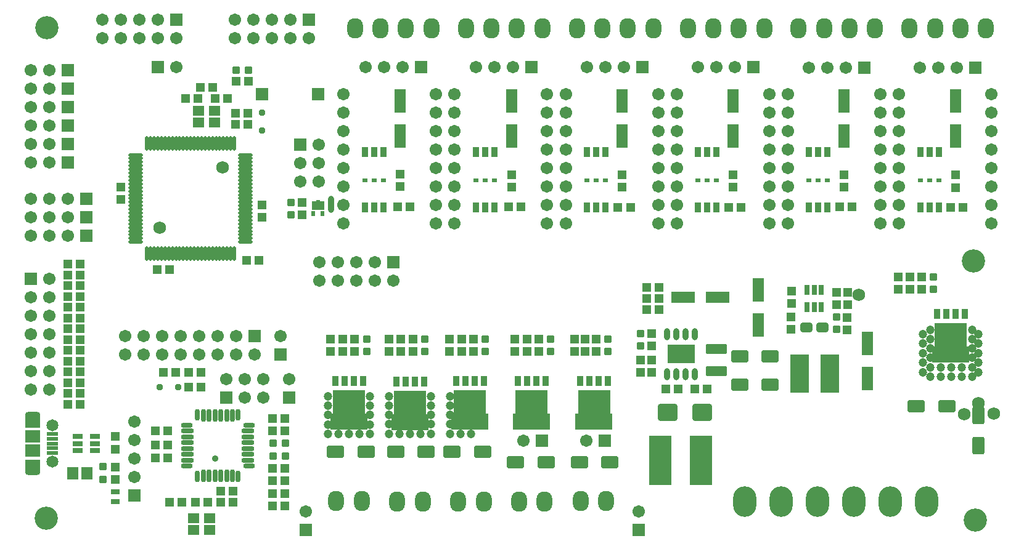
<source format=gts>
G04 Layer_Color=8388736*
%FSLAX44Y44*%
%MOMM*%
G71*
G01*
G75*
%ADD103R,0.7000X0.6000*%
%ADD104R,0.9144X1.5240*%
%ADD105R,0.6032X0.4532*%
%ADD106R,1.8032X1.3032*%
%ADD107R,0.6032X0.7032*%
%ADD108R,1.2032X0.8032*%
%ADD109R,0.9652X1.4732*%
%ADD110R,1.3532X0.8032*%
%ADD111R,0.8032X1.3532*%
%ADD112R,1.6032X1.4032*%
%ADD113R,3.8032X2.6132*%
%ADD114O,0.8032X1.6532*%
%ADD115R,1.2032X1.3032*%
G04:AMPARAMS|DCode=116|XSize=1.0032mm|YSize=1.0032mm|CornerRadius=0.2016mm|HoleSize=0mm|Usage=FLASHONLY|Rotation=270.000|XOffset=0mm|YOffset=0mm|HoleType=Round|Shape=RoundedRectangle|*
%AMROUNDEDRECTD116*
21,1,1.0032,0.6000,0,0,270.0*
21,1,0.6000,1.0032,0,0,270.0*
1,1,0.4032,-0.3000,-0.3000*
1,1,0.4032,-0.3000,0.3000*
1,1,0.4032,0.3000,0.3000*
1,1,0.4032,0.3000,-0.3000*
%
%ADD116ROUNDEDRECTD116*%
%ADD117R,1.3032X1.2032*%
G04:AMPARAMS|DCode=118|XSize=2.9032mm|YSize=1.3532mm|CornerRadius=0.2454mm|HoleSize=0mm|Usage=FLASHONLY|Rotation=180.000|XOffset=0mm|YOffset=0mm|HoleType=Round|Shape=RoundedRectangle|*
%AMROUNDEDRECTD118*
21,1,2.9032,0.8625,0,0,180.0*
21,1,2.4125,1.3532,0,0,180.0*
1,1,0.4907,-1.2063,0.4313*
1,1,0.4907,1.2063,0.4313*
1,1,0.4907,1.2063,-0.4313*
1,1,0.4907,-1.2063,-0.4313*
%
%ADD118ROUNDEDRECTD118*%
G04:AMPARAMS|DCode=119|XSize=1.0032mm|YSize=1.0032mm|CornerRadius=0.2016mm|HoleSize=0mm|Usage=FLASHONLY|Rotation=180.000|XOffset=0mm|YOffset=0mm|HoleType=Round|Shape=RoundedRectangle|*
%AMROUNDEDRECTD119*
21,1,1.0032,0.6000,0,0,180.0*
21,1,0.6000,1.0032,0,0,180.0*
1,1,0.4032,-0.3000,0.3000*
1,1,0.4032,0.3000,0.3000*
1,1,0.4032,0.3000,-0.3000*
1,1,0.4032,-0.3000,-0.3000*
%
%ADD119ROUNDEDRECTD119*%
%ADD120R,2.1032X1.7032*%
%ADD121R,1.5532X0.6032*%
%ADD122R,3.0532X6.8032*%
%ADD123R,2.5532X5.3032*%
G04:AMPARAMS|DCode=124|XSize=2.7032mm|YSize=2.4032mm|CornerRadius=0.3766mm|HoleSize=0mm|Usage=FLASHONLY|Rotation=180.000|XOffset=0mm|YOffset=0mm|HoleType=Round|Shape=RoundedRectangle|*
%AMROUNDEDRECTD124*
21,1,2.7032,1.6500,0,0,180.0*
21,1,1.9500,2.4032,0,0,180.0*
1,1,0.7532,-0.9750,0.8250*
1,1,0.7532,0.9750,0.8250*
1,1,0.7532,0.9750,-0.8250*
1,1,0.7532,-0.9750,-0.8250*
%
%ADD124ROUNDEDRECTD124*%
G04:AMPARAMS|DCode=125|XSize=2.4032mm|YSize=1.7032mm|CornerRadius=0.2891mm|HoleSize=0mm|Usage=FLASHONLY|Rotation=0.000|XOffset=0mm|YOffset=0mm|HoleType=Round|Shape=RoundedRectangle|*
%AMROUNDEDRECTD125*
21,1,2.4032,1.1250,0,0,0.0*
21,1,1.8250,1.7032,0,0,0.0*
1,1,0.5782,0.9125,-0.5625*
1,1,0.5782,-0.9125,-0.5625*
1,1,0.5782,-0.9125,0.5625*
1,1,0.5782,0.9125,0.5625*
%
%ADD125ROUNDEDRECTD125*%
%ADD126R,5.2032X2.2032*%
%ADD127R,4.4032X3.4032*%
%ADD128R,0.9032X1.3532*%
%ADD129R,1.5032X1.7032*%
%ADD130R,3.2004X1.6002*%
%ADD131R,1.6002X3.2004*%
G04:AMPARAMS|DCode=132|XSize=1.4032mm|YSize=1.7032mm|CornerRadius=0.4016mm|HoleSize=0mm|Usage=FLASHONLY|Rotation=270.000|XOffset=0mm|YOffset=0mm|HoleType=Round|Shape=RoundedRectangle|*
%AMROUNDEDRECTD132*
21,1,1.4032,0.9000,0,0,270.0*
21,1,0.6000,1.7032,0,0,270.0*
1,1,0.8032,-0.4500,-0.3000*
1,1,0.8032,-0.4500,0.3000*
1,1,0.8032,0.4500,0.3000*
1,1,0.8032,0.4500,-0.3000*
%
%ADD132ROUNDEDRECTD132*%
%ADD133R,1.7032X1.7032*%
%ADD134O,0.5032X2.0032*%
%ADD135O,2.0032X0.5032*%
%ADD136O,0.7032X1.6032*%
%ADD137O,0.7032X1.8032*%
%ADD138O,1.6032X0.7032*%
%ADD139O,1.8032X0.7032*%
G04:AMPARAMS|DCode=140|XSize=0.8032mm|YSize=0.9032mm|CornerRadius=0.1766mm|HoleSize=0mm|Usage=FLASHONLY|Rotation=270.000|XOffset=0mm|YOffset=0mm|HoleType=Round|Shape=RoundedRectangle|*
%AMROUNDEDRECTD140*
21,1,0.8032,0.5500,0,0,270.0*
21,1,0.4500,0.9032,0,0,270.0*
1,1,0.3532,-0.2750,-0.2250*
1,1,0.3532,-0.2750,0.2250*
1,1,0.3532,0.2750,0.2250*
1,1,0.3532,0.2750,-0.2250*
%
%ADD140ROUNDEDRECTD140*%
G04:AMPARAMS|DCode=141|XSize=0.8032mm|YSize=0.9032mm|CornerRadius=0.1766mm|HoleSize=0mm|Usage=FLASHONLY|Rotation=180.000|XOffset=0mm|YOffset=0mm|HoleType=Round|Shape=RoundedRectangle|*
%AMROUNDEDRECTD141*
21,1,0.8032,0.5500,0,0,180.0*
21,1,0.4500,0.9032,0,0,180.0*
1,1,0.3532,-0.2250,0.2750*
1,1,0.3532,0.2250,0.2750*
1,1,0.3532,0.2250,-0.2750*
1,1,0.3532,-0.2250,-0.2750*
%
%ADD141ROUNDEDRECTD141*%
G04:AMPARAMS|DCode=142|XSize=2.4032mm|YSize=1.7032mm|CornerRadius=0.2891mm|HoleSize=0mm|Usage=FLASHONLY|Rotation=270.000|XOffset=0mm|YOffset=0mm|HoleType=Round|Shape=RoundedRectangle|*
%AMROUNDEDRECTD142*
21,1,2.4032,1.1250,0,0,270.0*
21,1,1.8250,1.7032,0,0,270.0*
1,1,0.5782,-0.5625,-0.9125*
1,1,0.5782,-0.5625,0.9125*
1,1,0.5782,0.5625,0.9125*
1,1,0.5782,0.5625,-0.9125*
%
%ADD142ROUNDEDRECTD142*%
%ADD143C,0.8032*%
%ADD144O,2.2032X2.8032*%
%ADD145C,1.7032*%
%ADD146R,1.7032X1.7032*%
G04:AMPARAMS|DCode=147|XSize=1.7032mm|YSize=2.1032mm|CornerRadius=0.4766mm|HoleSize=0mm|Usage=FLASHONLY|Rotation=270.000|XOffset=0mm|YOffset=0mm|HoleType=Round|Shape=RoundedRectangle|*
%AMROUNDEDRECTD147*
21,1,1.7032,1.1500,0,0,270.0*
21,1,0.7500,2.1032,0,0,270.0*
1,1,0.9532,-0.5750,-0.3750*
1,1,0.9532,-0.5750,0.3750*
1,1,0.9532,0.5750,0.3750*
1,1,0.9532,0.5750,-0.3750*
%
%ADD147ROUNDEDRECTD147*%
%ADD148C,1.6532*%
%ADD149C,1.7128*%
%ADD150C,3.2032*%
%ADD151C,1.2032*%
%ADD152C,1.7272*%
%ADD153O,3.2032X4.2032*%
%ADD154C,0.9032*%
D103*
X1237420Y502996D02*
D03*
X1250120D02*
D03*
X1262790Y502966D02*
D03*
X1084020Y503000D02*
D03*
X1096720D02*
D03*
X1109390Y502970D02*
D03*
X931620Y503000D02*
D03*
X944320D02*
D03*
X956990Y502970D02*
D03*
X779300Y503000D02*
D03*
X792000D02*
D03*
X804670Y502970D02*
D03*
X626900Y503000D02*
D03*
X639600D02*
D03*
X652270Y502970D02*
D03*
X499870D02*
D03*
X487200Y503000D02*
D03*
X474500D02*
D03*
D104*
X428000Y469998D02*
D03*
D105*
X410000Y474500D02*
D03*
D106*
Y468000D02*
D03*
D107*
X416500Y457500D02*
D03*
X403500D02*
D03*
D108*
X132000Y61000D02*
D03*
Y75000D02*
D03*
D109*
X499760Y542040D02*
D03*
X487060D02*
D03*
X474360D02*
D03*
X499760Y465840D02*
D03*
X487060D02*
D03*
X474360D02*
D03*
X956880Y542040D02*
D03*
X944180D02*
D03*
X931480D02*
D03*
X956880Y465840D02*
D03*
X944180D02*
D03*
X931480D02*
D03*
X1083880D02*
D03*
X1096580D02*
D03*
X1109280D02*
D03*
X1083880Y542040D02*
D03*
X1096580D02*
D03*
X1109280D02*
D03*
X1237280Y465836D02*
D03*
X1249980D02*
D03*
X1262680D02*
D03*
X1237280Y542036D02*
D03*
X1249980D02*
D03*
X1262680D02*
D03*
X626760Y465840D02*
D03*
X639460D02*
D03*
X652160D02*
D03*
X626760Y542040D02*
D03*
X639460D02*
D03*
X652160D02*
D03*
X804560D02*
D03*
X791860D02*
D03*
X779160D02*
D03*
X804560Y465840D02*
D03*
X791860D02*
D03*
X779160D02*
D03*
D110*
X104000Y141000D02*
D03*
X103750Y131500D02*
D03*
X80250D02*
D03*
Y141000D02*
D03*
Y150500D02*
D03*
X104000D02*
D03*
D111*
X1091402Y328436D02*
D03*
X1081902Y328686D02*
D03*
Y352186D02*
D03*
X1091402D02*
D03*
X1100902D02*
D03*
Y328436D02*
D03*
D112*
X239000Y38000D02*
D03*
X261000D02*
D03*
Y22000D02*
D03*
X239000D02*
D03*
X246000Y583000D02*
D03*
X268000D02*
D03*
Y599000D02*
D03*
X246000D02*
D03*
D113*
X908500Y264000D02*
D03*
D114*
X927550Y291250D02*
D03*
X914850D02*
D03*
X902150D02*
D03*
X889450D02*
D03*
X927550Y236750D02*
D03*
X914850D02*
D03*
X902150D02*
D03*
X889450D02*
D03*
D115*
X388000Y472500D02*
D03*
Y455500D02*
D03*
X1137000Y314500D02*
D03*
Y297500D02*
D03*
X1285466Y510322D02*
D03*
Y493322D02*
D03*
X1223000Y370500D02*
D03*
Y353500D02*
D03*
X1239000Y353500D02*
D03*
Y370500D02*
D03*
X1207000Y370500D02*
D03*
Y353500D02*
D03*
X1132206Y511124D02*
D03*
Y494124D02*
D03*
X979930Y510882D02*
D03*
Y493882D02*
D03*
X827784Y510882D02*
D03*
Y493882D02*
D03*
X676146Y510882D02*
D03*
Y493882D02*
D03*
X522730Y511644D02*
D03*
Y494644D02*
D03*
X1060398Y333968D02*
D03*
Y350968D02*
D03*
X1137234Y348936D02*
D03*
Y331936D02*
D03*
X132000Y91500D02*
D03*
Y108500D02*
D03*
X1121882Y348936D02*
D03*
Y331936D02*
D03*
X132000Y150500D02*
D03*
Y133500D02*
D03*
X333000Y452500D02*
D03*
Y469500D02*
D03*
X139000Y493500D02*
D03*
Y476500D02*
D03*
X1059890Y298408D02*
D03*
Y315408D02*
D03*
X868000Y255500D02*
D03*
Y238500D02*
D03*
X427512Y284929D02*
D03*
Y267928D02*
D03*
X444022Y284929D02*
D03*
Y267928D02*
D03*
X460531Y267929D02*
D03*
Y284928D02*
D03*
X507271Y284928D02*
D03*
Y267928D02*
D03*
X523780Y284929D02*
D03*
Y267928D02*
D03*
X540290D02*
D03*
Y284928D02*
D03*
X590840D02*
D03*
Y267928D02*
D03*
X607349Y284928D02*
D03*
Y267928D02*
D03*
X623858D02*
D03*
Y284928D02*
D03*
X680504D02*
D03*
Y267928D02*
D03*
X697013Y284928D02*
D03*
Y267928D02*
D03*
X713523D02*
D03*
Y284928D02*
D03*
X762292D02*
D03*
Y267928D02*
D03*
X792010D02*
D03*
Y284928D02*
D03*
X777024D02*
D03*
Y267928D02*
D03*
X868000Y275500D02*
D03*
Y292500D02*
D03*
X853000Y255500D02*
D03*
Y238500D02*
D03*
D116*
X373000Y455500D02*
D03*
Y472500D02*
D03*
X1121882Y298125D02*
D03*
Y315125D02*
D03*
X115000Y92000D02*
D03*
Y109000D02*
D03*
X807790Y267930D02*
D03*
Y284930D02*
D03*
X729782Y267930D02*
D03*
Y284930D02*
D03*
X639895Y267930D02*
D03*
Y284930D02*
D03*
X557000Y267930D02*
D03*
Y284930D02*
D03*
X477000Y267930D02*
D03*
Y284930D02*
D03*
X1255000Y353500D02*
D03*
Y370500D02*
D03*
X853000Y275000D02*
D03*
Y292000D02*
D03*
D117*
X878500Y340500D02*
D03*
X861500D02*
D03*
X927500Y216000D02*
D03*
X944500D02*
D03*
X861500Y355500D02*
D03*
X878500D02*
D03*
X878500Y325500D02*
D03*
X861500D02*
D03*
X66764Y269040D02*
D03*
X83764D02*
D03*
X232000Y239000D02*
D03*
X249000D02*
D03*
X241474Y60274D02*
D03*
X258474D02*
D03*
X1279018Y465850D02*
D03*
X1296018D02*
D03*
X66764Y387680D02*
D03*
X83764D02*
D03*
X66764Y358020D02*
D03*
X83764D02*
D03*
X66764Y328360D02*
D03*
X83764D02*
D03*
X66764Y298700D02*
D03*
X83764D02*
D03*
X1126116Y466314D02*
D03*
X1143116D02*
D03*
X974224Y465806D02*
D03*
X991224D02*
D03*
X822078Y466060D02*
D03*
X839078D02*
D03*
X671710Y467076D02*
D03*
X688710D02*
D03*
X519056D02*
D03*
X536056D02*
D03*
X347336Y72508D02*
D03*
X364336D02*
D03*
X347336Y55308D02*
D03*
X364336D02*
D03*
X347336Y106908D02*
D03*
X364336D02*
D03*
X347336Y89708D02*
D03*
X364336D02*
D03*
X347392Y158507D02*
D03*
X364392D02*
D03*
X314500Y639000D02*
D03*
X297500D02*
D03*
X232000Y218500D02*
D03*
X249000D02*
D03*
X313500Y580000D02*
D03*
X296500D02*
D03*
X203482Y139413D02*
D03*
X186482D02*
D03*
X203482Y120954D02*
D03*
X186482D02*
D03*
X215000Y239000D02*
D03*
X198000D02*
D03*
X248500Y631000D02*
D03*
X265500D02*
D03*
X285500Y616000D02*
D03*
X268500D02*
D03*
X347392Y175457D02*
D03*
X364392D02*
D03*
X276056Y60162D02*
D03*
X293056D02*
D03*
X223056D02*
D03*
X206056D02*
D03*
X293060Y75260D02*
D03*
X276060D02*
D03*
X186376Y158083D02*
D03*
X203376D02*
D03*
X313500Y595000D02*
D03*
X296500D02*
D03*
X189500Y380000D02*
D03*
X206500D02*
D03*
X311706Y393316D02*
D03*
X328706D02*
D03*
X887500Y216000D02*
D03*
X904500D02*
D03*
X228500Y616000D02*
D03*
X245500D02*
D03*
X66764Y372600D02*
D03*
X83764D02*
D03*
X66764Y342940D02*
D03*
X83764D02*
D03*
X66764Y313280D02*
D03*
X83764D02*
D03*
X66764Y283620D02*
D03*
X83764D02*
D03*
X66764Y253960D02*
D03*
X83764D02*
D03*
X66764Y224300D02*
D03*
X83764D02*
D03*
X66764Y194640D02*
D03*
X83764D02*
D03*
X66765Y239380D02*
D03*
X83764D02*
D03*
X66765Y209720D02*
D03*
X83764D02*
D03*
D118*
X957000Y241000D02*
D03*
Y271000D02*
D03*
D119*
X348017Y141307D02*
D03*
X365017D02*
D03*
X348017Y124107D02*
D03*
X365017D02*
D03*
X297500Y655000D02*
D03*
X314500D02*
D03*
D120*
X18250Y110500D02*
D03*
Y131000D02*
D03*
Y151000D02*
D03*
Y171500D02*
D03*
D121*
X45250Y141000D02*
D03*
Y134500D02*
D03*
Y128000D02*
D03*
Y147500D02*
D03*
Y154000D02*
D03*
D122*
X936250Y118000D02*
D03*
X879750D02*
D03*
D123*
X1112750Y237000D02*
D03*
X1071250D02*
D03*
D124*
X890000Y184000D02*
D03*
X938000D02*
D03*
D125*
X723500Y115000D02*
D03*
X681500D02*
D03*
X558500Y130000D02*
D03*
X516500D02*
D03*
X811000Y115000D02*
D03*
X769000D02*
D03*
X476000Y130000D02*
D03*
X434000D02*
D03*
X636000D02*
D03*
X594000D02*
D03*
X1273500Y192540D02*
D03*
X1231500D02*
D03*
X989000Y261000D02*
D03*
X1031000D02*
D03*
Y222000D02*
D03*
X989000D02*
D03*
D126*
X1278966Y263474D02*
D03*
X536486Y170764D02*
D03*
X703117Y171394D02*
D03*
X452438D02*
D03*
X788962D02*
D03*
X618287D02*
D03*
D127*
X1279220Y289354D02*
D03*
X536740Y196644D02*
D03*
X703371Y197274D02*
D03*
X452692D02*
D03*
X789216D02*
D03*
X618541D02*
D03*
D128*
X1260170Y319354D02*
D03*
X1272870D02*
D03*
X1285570D02*
D03*
X1298270D02*
D03*
X517690Y226644D02*
D03*
X530390D02*
D03*
X543090D02*
D03*
X555790D02*
D03*
X684321Y227274D02*
D03*
X697021D02*
D03*
X709721D02*
D03*
X722421D02*
D03*
X433642D02*
D03*
X446342D02*
D03*
X459042D02*
D03*
X471742D02*
D03*
X770166D02*
D03*
X782866D02*
D03*
X795566D02*
D03*
X808266D02*
D03*
X599491D02*
D03*
X612191D02*
D03*
X624891D02*
D03*
X637591D02*
D03*
D129*
X92500Y100000D02*
D03*
X73500D02*
D03*
D130*
X911000Y342000D02*
D03*
X959006D02*
D03*
D131*
X1285222Y612102D02*
D03*
Y564096D02*
D03*
X1132076D02*
D03*
Y612102D02*
D03*
X979676D02*
D03*
Y564096D02*
D03*
X827562D02*
D03*
Y612102D02*
D03*
X675654D02*
D03*
Y564096D02*
D03*
X522736D02*
D03*
Y612102D02*
D03*
X1164412Y278610D02*
D03*
Y230604D02*
D03*
X1014948Y352240D02*
D03*
Y304234D02*
D03*
D132*
X1081000Y301000D02*
D03*
X1103000D02*
D03*
D133*
X410500Y622000D02*
D03*
X333500D02*
D03*
X66116Y654380D02*
D03*
Y628980D02*
D03*
Y603580D02*
D03*
Y578180D02*
D03*
Y552780D02*
D03*
X66116Y527380D02*
D03*
X91520Y427050D02*
D03*
Y452450D02*
D03*
Y477850D02*
D03*
X1007989Y658698D02*
D03*
X1160234Y658444D02*
D03*
X1312478Y658190D02*
D03*
X551256Y658698D02*
D03*
X703500D02*
D03*
X855745Y658952D02*
D03*
X513664Y390728D02*
D03*
X397426Y724440D02*
D03*
X215308D02*
D03*
X803736Y144880D02*
D03*
X717374Y144884D02*
D03*
X189907Y659040D02*
D03*
X322618Y289128D02*
D03*
X284264Y204292D02*
D03*
D134*
X295100Y402670D02*
D03*
X290100D02*
D03*
X285100D02*
D03*
X280100D02*
D03*
X275100D02*
D03*
X270100D02*
D03*
X265100D02*
D03*
X260100D02*
D03*
X255100D02*
D03*
X250100D02*
D03*
X245100D02*
D03*
X240100D02*
D03*
X235100D02*
D03*
X230100D02*
D03*
X225100D02*
D03*
X220100D02*
D03*
X215100D02*
D03*
X210100D02*
D03*
X205100D02*
D03*
X200100D02*
D03*
X195100D02*
D03*
X190100D02*
D03*
X185100D02*
D03*
X180100D02*
D03*
X175100D02*
D03*
Y553670D02*
D03*
X180100D02*
D03*
X185100D02*
D03*
X190100D02*
D03*
X195100D02*
D03*
X200100D02*
D03*
X205100D02*
D03*
X210100D02*
D03*
X215100D02*
D03*
X220100D02*
D03*
X225100D02*
D03*
X230100D02*
D03*
X235100D02*
D03*
X240100D02*
D03*
X245100D02*
D03*
X250100D02*
D03*
X255100D02*
D03*
X260100D02*
D03*
X265100D02*
D03*
X270100D02*
D03*
X275100D02*
D03*
X280100D02*
D03*
X285100D02*
D03*
X290100D02*
D03*
X295100D02*
D03*
D135*
X159600Y418170D02*
D03*
Y423171D02*
D03*
Y428170D02*
D03*
Y433171D02*
D03*
Y438170D02*
D03*
Y443171D02*
D03*
Y448170D02*
D03*
Y453171D02*
D03*
Y458170D02*
D03*
Y463171D02*
D03*
Y468170D02*
D03*
Y473171D02*
D03*
Y478170D02*
D03*
Y483171D02*
D03*
Y488170D02*
D03*
Y493171D02*
D03*
Y498170D02*
D03*
Y503170D02*
D03*
Y508170D02*
D03*
Y513170D02*
D03*
Y518170D02*
D03*
Y523170D02*
D03*
Y528170D02*
D03*
Y533170D02*
D03*
Y538170D02*
D03*
X310600D02*
D03*
Y533170D02*
D03*
Y528170D02*
D03*
Y523170D02*
D03*
Y518170D02*
D03*
Y513170D02*
D03*
Y508170D02*
D03*
Y503170D02*
D03*
Y498170D02*
D03*
Y493171D02*
D03*
Y488170D02*
D03*
Y483171D02*
D03*
Y478170D02*
D03*
Y473171D02*
D03*
Y468170D02*
D03*
Y463171D02*
D03*
Y458170D02*
D03*
Y453171D02*
D03*
Y448170D02*
D03*
Y443171D02*
D03*
Y438170D02*
D03*
Y433171D02*
D03*
Y428170D02*
D03*
Y423171D02*
D03*
Y418170D02*
D03*
D136*
X244482Y95737D02*
D03*
X300482D02*
D03*
Y180736D02*
D03*
X244482D02*
D03*
D137*
X252482Y96736D02*
D03*
X260482D02*
D03*
X268482D02*
D03*
X276482D02*
D03*
X284482D02*
D03*
X292482D02*
D03*
Y179736D02*
D03*
X284482D02*
D03*
X276482D02*
D03*
X268482D02*
D03*
X260482D02*
D03*
X252482D02*
D03*
D138*
X314982Y110237D02*
D03*
Y166236D02*
D03*
X229982D02*
D03*
Y110237D02*
D03*
D139*
X313982Y118237D02*
D03*
Y126236D02*
D03*
Y134236D02*
D03*
Y142236D02*
D03*
Y150236D02*
D03*
Y158236D02*
D03*
X230982D02*
D03*
Y150236D02*
D03*
Y142236D02*
D03*
Y134236D02*
D03*
Y126236D02*
D03*
Y118237D02*
D03*
D140*
X333000Y571500D02*
D03*
Y596500D02*
D03*
D141*
X193000Y218500D02*
D03*
X218000D02*
D03*
D142*
X1317070Y180000D02*
D03*
Y138000D02*
D03*
D143*
X428000Y477620D02*
D03*
Y462380D02*
D03*
D144*
X553758Y61290D02*
D03*
X518758D02*
D03*
X434938Y62052D02*
D03*
X469938D02*
D03*
X870457Y712440D02*
D03*
X835456D02*
D03*
X800457D02*
D03*
X765456D02*
D03*
X718132Y712440D02*
D03*
X683132D02*
D03*
X648132D02*
D03*
X613132D02*
D03*
X565808D02*
D03*
X530808D02*
D03*
X495808D02*
D03*
X460808D02*
D03*
X1175106D02*
D03*
X1140105D02*
D03*
X1105106D02*
D03*
X1070106D02*
D03*
X1022781Y712440D02*
D03*
X987781D02*
D03*
X952781D02*
D03*
X917781D02*
D03*
X1327430Y712440D02*
D03*
X1292430D02*
D03*
X1257430D02*
D03*
X1222430D02*
D03*
X602578Y61544D02*
D03*
X637578D02*
D03*
X720890D02*
D03*
X685890D02*
D03*
X770980Y62052D02*
D03*
X805980D02*
D03*
D145*
X158000Y171400D02*
D03*
Y146000D02*
D03*
Y120600D02*
D03*
Y95200D02*
D03*
X411106Y501662D02*
D03*
X385706D02*
D03*
X411106Y527062D02*
D03*
X385706D02*
D03*
X411106Y552462D02*
D03*
X40716Y654380D02*
D03*
X15316D02*
D03*
Y628980D02*
D03*
X40716D02*
D03*
Y603580D02*
D03*
X15316D02*
D03*
Y578180D02*
D03*
X40716D02*
D03*
Y552780D02*
D03*
X15316D02*
D03*
X15316Y527380D02*
D03*
X40716D02*
D03*
X66120Y427050D02*
D03*
X40720D02*
D03*
X15320D02*
D03*
Y452450D02*
D03*
X40720D02*
D03*
X66120D02*
D03*
Y477850D02*
D03*
X40720D02*
D03*
X15320D02*
D03*
X982589Y658698D02*
D03*
X957189D02*
D03*
X931789D02*
D03*
X1084034Y658444D02*
D03*
X1109434D02*
D03*
X1134834D02*
D03*
X1287078Y658190D02*
D03*
X1261678D02*
D03*
X1236278D02*
D03*
X475056Y658698D02*
D03*
X500456D02*
D03*
X525856D02*
D03*
X678100D02*
D03*
X652700D02*
D03*
X627300D02*
D03*
X779545Y658952D02*
D03*
X804945D02*
D03*
X830345D02*
D03*
X513664Y365328D02*
D03*
X488264Y390728D02*
D03*
Y365328D02*
D03*
X462864Y390728D02*
D03*
Y365328D02*
D03*
X437464Y390728D02*
D03*
Y365328D02*
D03*
X412064Y390728D02*
D03*
Y365328D02*
D03*
X295826Y699040D02*
D03*
Y724440D02*
D03*
X321226Y699040D02*
D03*
Y724440D02*
D03*
X346626Y699040D02*
D03*
Y724440D02*
D03*
X372026Y699040D02*
D03*
Y724440D02*
D03*
X397426Y699040D02*
D03*
X215308D02*
D03*
X189908Y724440D02*
D03*
Y699040D02*
D03*
X164508Y724440D02*
D03*
Y699040D02*
D03*
X139108Y724440D02*
D03*
Y699040D02*
D03*
X113708Y724440D02*
D03*
Y699040D02*
D03*
X778336Y144880D02*
D03*
X691974Y144884D02*
D03*
X358178Y289128D02*
D03*
X215308Y659040D02*
D03*
X370624Y229692D02*
D03*
X393484Y47828D02*
D03*
X40720Y367360D02*
D03*
X15320Y341960D02*
D03*
X40720D02*
D03*
X15320Y316560D02*
D03*
X40720D02*
D03*
X15320Y291160D02*
D03*
X40720D02*
D03*
X15320Y265760D02*
D03*
X40720D02*
D03*
X15320Y240360D02*
D03*
X40720D02*
D03*
X15320Y214960D02*
D03*
X40720D02*
D03*
X144818Y263728D02*
D03*
Y289128D02*
D03*
X322618Y263728D02*
D03*
X297218Y289128D02*
D03*
Y263728D02*
D03*
X271818Y289128D02*
D03*
Y263728D02*
D03*
X246418Y289128D02*
D03*
Y263728D02*
D03*
X221018Y289128D02*
D03*
Y263728D02*
D03*
X195618Y289128D02*
D03*
Y263728D02*
D03*
X170218Y289128D02*
D03*
Y263728D02*
D03*
X284264Y229692D02*
D03*
X309664Y204292D02*
D03*
Y229692D02*
D03*
X335064Y204292D02*
D03*
Y229692D02*
D03*
X850684Y47828D02*
D03*
D146*
X158000Y69800D02*
D03*
X385706Y552462D02*
D03*
X358178Y263728D02*
D03*
X370624Y204292D02*
D03*
X393484Y22428D02*
D03*
X15320Y367360D02*
D03*
X850684Y22428D02*
D03*
D147*
X18250Y106000D02*
D03*
Y176000D02*
D03*
D148*
X45250Y116000D02*
D03*
Y166000D02*
D03*
D149*
X877158Y520162D02*
D03*
Y494762D02*
D03*
Y545562D02*
D03*
Y570962D02*
D03*
X750158Y443962D02*
D03*
Y621762D02*
D03*
X877158Y443962D02*
D03*
Y596362D02*
D03*
X750158D02*
D03*
Y570962D02*
D03*
Y545562D02*
D03*
Y520162D02*
D03*
Y494762D02*
D03*
Y469362D02*
D03*
X877158D02*
D03*
Y621762D02*
D03*
X571992D02*
D03*
Y469362D02*
D03*
X444992D02*
D03*
Y494762D02*
D03*
Y520162D02*
D03*
Y545562D02*
D03*
Y570962D02*
D03*
Y596362D02*
D03*
X571992D02*
D03*
Y443962D02*
D03*
X444992Y621762D02*
D03*
Y443962D02*
D03*
X571992Y570962D02*
D03*
Y545562D02*
D03*
Y494762D02*
D03*
Y520162D02*
D03*
X1182325Y520162D02*
D03*
Y494762D02*
D03*
Y545562D02*
D03*
Y570962D02*
D03*
X1055324Y443962D02*
D03*
Y621762D02*
D03*
X1182325Y443962D02*
D03*
Y596362D02*
D03*
X1055324D02*
D03*
Y570962D02*
D03*
Y545562D02*
D03*
Y520162D02*
D03*
Y494762D02*
D03*
Y469362D02*
D03*
X1182325D02*
D03*
Y621762D02*
D03*
X1029741D02*
D03*
Y469362D02*
D03*
X902741D02*
D03*
Y494762D02*
D03*
Y520162D02*
D03*
Y545562D02*
D03*
Y570962D02*
D03*
Y596362D02*
D03*
X1029741D02*
D03*
Y443962D02*
D03*
X902741Y621762D02*
D03*
Y443962D02*
D03*
X1029741Y570962D02*
D03*
Y545562D02*
D03*
Y494762D02*
D03*
Y520162D02*
D03*
X724575Y520162D02*
D03*
Y494762D02*
D03*
Y545562D02*
D03*
Y570962D02*
D03*
X597575Y443962D02*
D03*
Y621762D02*
D03*
X724575Y443962D02*
D03*
Y596362D02*
D03*
X597575D02*
D03*
Y570962D02*
D03*
Y545562D02*
D03*
Y520162D02*
D03*
Y494762D02*
D03*
Y469362D02*
D03*
X724575D02*
D03*
Y621762D02*
D03*
X1334908Y621762D02*
D03*
Y469362D02*
D03*
X1207908D02*
D03*
Y494762D02*
D03*
Y520162D02*
D03*
Y545562D02*
D03*
Y570962D02*
D03*
Y596362D02*
D03*
X1334908D02*
D03*
Y443962D02*
D03*
X1207908Y621762D02*
D03*
Y443962D02*
D03*
X1334908Y570962D02*
D03*
Y545562D02*
D03*
Y494762D02*
D03*
Y520162D02*
D03*
D150*
X1312748Y36144D02*
D03*
X36652Y38430D02*
D03*
X1310208Y392252D02*
D03*
X37726Y713248D02*
D03*
D151*
X1317066Y239344D02*
D03*
Y252362D02*
D03*
Y265379D02*
D03*
Y278397D02*
D03*
Y291414D02*
D03*
X1240866D02*
D03*
Y278397D02*
D03*
Y265379D02*
D03*
Y252362D02*
D03*
Y239344D02*
D03*
X1251026Y297764D02*
D03*
Y284810D02*
D03*
Y271856D02*
D03*
Y258902D02*
D03*
Y245948D02*
D03*
Y232994D02*
D03*
X1265313D02*
D03*
X1279601D02*
D03*
X1293889D02*
D03*
X1308176D02*
D03*
Y245948D02*
D03*
Y258902D02*
D03*
Y271856D02*
D03*
Y284810D02*
D03*
Y297764D02*
D03*
X1293889Y245948D02*
D03*
X1279601D02*
D03*
X1265313D02*
D03*
X452412Y154254D02*
D03*
X423837Y167208D02*
D03*
Y206070D02*
D03*
X480987Y167208D02*
D03*
Y206070D02*
D03*
X423837Y154254D02*
D03*
Y193116D02*
D03*
X438125Y154254D02*
D03*
X466699D02*
D03*
X480987D02*
D03*
Y193116D02*
D03*
X423837Y180162D02*
D03*
X480987D02*
D03*
X565061Y180416D02*
D03*
X507911D02*
D03*
X565061Y193370D02*
D03*
Y154508D02*
D03*
X550774D02*
D03*
X522198D02*
D03*
X507911Y193370D02*
D03*
Y154508D02*
D03*
X565061Y206324D02*
D03*
Y167462D02*
D03*
X507911Y206324D02*
D03*
Y167462D02*
D03*
X536486Y154508D02*
D03*
X620306D02*
D03*
X591731Y167462D02*
D03*
Y206324D02*
D03*
Y154508D02*
D03*
Y193370D02*
D03*
X606018Y154508D02*
D03*
X591731Y180416D02*
D03*
D152*
X278550Y521284D02*
D03*
X193000Y438000D02*
D03*
X1337894Y182352D02*
D03*
X1297762Y181590D02*
D03*
X1317066Y196830D02*
D03*
X1152982Y345770D02*
D03*
D153*
X1246162Y60782D02*
D03*
X1196162D02*
D03*
X996010D02*
D03*
X1046010D02*
D03*
X1145832D02*
D03*
X1095832D02*
D03*
D154*
X268482Y119998D02*
D03*
M02*

</source>
